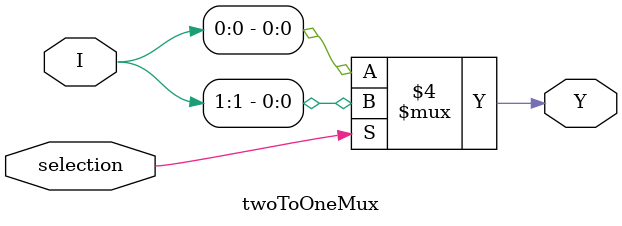
<source format=v>
`timescale 1ns / 1ps

module twoToOneMux
(
input [1:0] I,
input selection,
output reg Y
);

always @ (selection, I) begin
if (selection == 0)
Y=I[0];
else
Y=I[1];
end

endmodule


</source>
